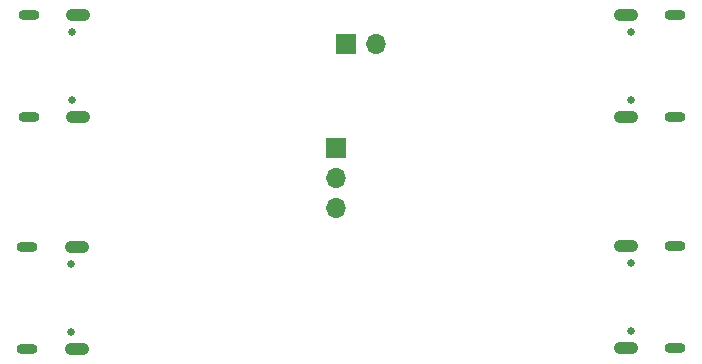
<source format=gbr>
%TF.GenerationSoftware,KiCad,Pcbnew,7.0.7*%
%TF.CreationDate,2023-09-25T17:24:45-05:00*%
%TF.ProjectId,KiVM,4b69564d-2e6b-4696-9361-645f70636258,rev?*%
%TF.SameCoordinates,Original*%
%TF.FileFunction,Soldermask,Bot*%
%TF.FilePolarity,Negative*%
%FSLAX46Y46*%
G04 Gerber Fmt 4.6, Leading zero omitted, Abs format (unit mm)*
G04 Created by KiCad (PCBNEW 7.0.7) date 2023-09-25 17:24:45*
%MOMM*%
%LPD*%
G01*
G04 APERTURE LIST*
%ADD10C,0.650000*%
%ADD11O,2.100000X1.050000*%
%ADD12O,1.800000X0.900000*%
%ADD13R,1.700000X1.700000*%
%ADD14O,1.700000X1.700000*%
G04 APERTURE END LIST*
D10*
%TO.C,P1*%
X125256000Y-103790000D03*
X125256000Y-109570000D03*
D11*
X125756000Y-102360000D03*
D12*
X121576000Y-102360000D03*
D11*
X125756000Y-111000000D03*
D12*
X121576000Y-111000000D03*
%TD*%
D10*
%TO.C,P3*%
X172596000Y-129128000D03*
X172596000Y-123348000D03*
D11*
X172096000Y-130558000D03*
D12*
X176276000Y-130558000D03*
D11*
X172096000Y-121918000D03*
D12*
X176276000Y-121918000D03*
%TD*%
D10*
%TO.C,P4*%
X172596000Y-109570000D03*
X172596000Y-103790000D03*
D11*
X172096000Y-111000000D03*
D12*
X176276000Y-111000000D03*
D11*
X172096000Y-102360000D03*
D12*
X176276000Y-102360000D03*
%TD*%
D10*
%TO.C,P2*%
X125132000Y-123444000D03*
X125132000Y-129224000D03*
D11*
X125632000Y-122014000D03*
D12*
X121452000Y-122014000D03*
D11*
X125632000Y-130654000D03*
D12*
X121452000Y-130654000D03*
%TD*%
D13*
%TO.C,SW1*%
X147574000Y-113588800D03*
D14*
X147574000Y-116128800D03*
X147574000Y-118668800D03*
%TD*%
D13*
%TO.C,J1*%
X148457600Y-104826200D03*
D14*
X150997600Y-104826200D03*
%TD*%
M02*

</source>
